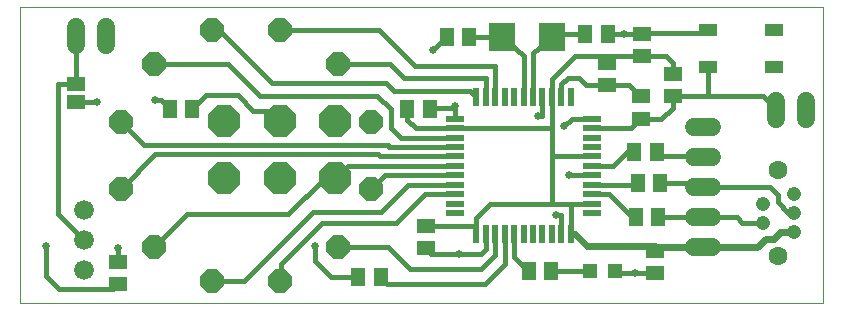
<source format=gtl>
G04 EAGLE Gerber RS-274X export*
G75*
%MOMM*%
%FSLAX34Y34*%
%LPD*%
%INTop copper*%
%IPPOS*%
%AMOC8*
5,1,8,0,0,1.08239X$1,22.5*%
G01*
%ADD10C,0.000000*%
%ADD11P,2.927973X8X292.500000*%
%ADD12P,2.144431X8X292.500000*%
%ADD13R,1.300000X1.500000*%
%ADD14R,1.500000X1.300000*%
%ADD15R,1.600000X1.000000*%
%ADD16R,2.200000X2.400000*%
%ADD17C,1.524000*%
%ADD18R,1.600200X1.168400*%
%ADD19R,1.500000X0.500000*%
%ADD20R,0.500000X1.500000*%
%ADD21R,1.200000X1.200000*%
%ADD22C,1.676400*%
%ADD23C,1.208000*%
%ADD24C,1.600000*%
%ADD25C,0.654800*%
%ADD26C,0.406400*%
%ADD27C,0.304800*%
%ADD28C,0.609600*%


D10*
X0Y0D02*
X680000Y0D01*
X680000Y250000D01*
X0Y250000D01*
X0Y0D01*
D11*
X219952Y153402D03*
D12*
X268974Y202424D03*
X297422Y153148D03*
X297422Y96252D03*
X268974Y46976D03*
X219698Y18528D03*
X162802Y18528D03*
X113526Y46976D03*
X85078Y96252D03*
X85078Y153148D03*
X113526Y202424D03*
X162802Y230872D03*
X219698Y230872D03*
D13*
X540238Y72275D03*
X521238Y72275D03*
X541825Y100850D03*
X522825Y100850D03*
D14*
X537950Y43800D03*
X537950Y24800D03*
X526175Y208712D03*
X526175Y227712D03*
X343412Y65025D03*
X343412Y46025D03*
D13*
X327838Y163788D03*
X346838Y163788D03*
X520125Y127400D03*
X539125Y127400D03*
X478638Y227761D03*
X497638Y227761D03*
X380087Y224586D03*
X361087Y224586D03*
D15*
X582675Y231225D03*
X638675Y231225D03*
X582675Y199225D03*
X638675Y199225D03*
D16*
X450324Y224586D03*
X408324Y224586D03*
D13*
X145720Y164289D03*
X126720Y164289D03*
D17*
X570765Y46700D02*
X586005Y46700D01*
X586005Y72100D02*
X570765Y72100D01*
X570765Y97500D02*
X586005Y97500D01*
X586005Y122900D02*
X570765Y122900D01*
X570765Y148300D02*
X586005Y148300D01*
D18*
X46955Y184905D03*
X46955Y169665D03*
D13*
X286350Y21313D03*
X305350Y21313D03*
D17*
X46990Y217805D02*
X46990Y233045D01*
X72390Y233045D02*
X72390Y217805D01*
D14*
X83185Y15583D03*
X83185Y34583D03*
X525463Y155600D03*
X525463Y174600D03*
X496888Y184175D03*
X496888Y203175D03*
X552450Y174650D03*
X552450Y193650D03*
D19*
X484276Y75761D03*
X484276Y83761D03*
X484276Y91761D03*
X484276Y99761D03*
X484276Y107761D03*
X484276Y115761D03*
X484276Y123761D03*
X484276Y131761D03*
X484276Y139761D03*
X484276Y147761D03*
X484276Y155761D03*
D20*
X466276Y173761D03*
X458276Y173761D03*
X450276Y173761D03*
X442276Y173761D03*
X434276Y173761D03*
X426276Y173761D03*
X418276Y173761D03*
X410276Y173761D03*
X402276Y173761D03*
X394276Y173761D03*
X386276Y173761D03*
D19*
X368276Y155761D03*
X368276Y147761D03*
X368276Y139761D03*
X368276Y131761D03*
X368276Y123761D03*
X368276Y115761D03*
X368276Y107761D03*
X368276Y99761D03*
X368276Y91761D03*
X368276Y83761D03*
X368276Y75761D03*
D20*
X386276Y57761D03*
X394276Y57761D03*
X402276Y57761D03*
X410276Y57761D03*
X418276Y57761D03*
X426276Y57761D03*
X434276Y57761D03*
X442276Y57761D03*
X450276Y57761D03*
X458276Y57761D03*
X466276Y57761D03*
D13*
X449463Y26825D03*
X430463Y26825D03*
D21*
X503600Y26825D03*
X482600Y26825D03*
D22*
X53721Y52959D03*
X53721Y27559D03*
X53721Y78359D03*
D23*
X655025Y75575D03*
X655025Y91575D03*
X655025Y59575D03*
X629025Y67575D03*
X629025Y83575D03*
D24*
X642025Y112075D03*
X642025Y39075D03*
D17*
X665780Y155595D02*
X665780Y170835D01*
X640380Y170835D02*
X640380Y155595D01*
D11*
X267018Y153353D03*
X173038Y153353D03*
X173038Y105093D03*
X220028Y105093D03*
X267018Y105093D03*
D25*
X349454Y213600D03*
X511733Y227789D03*
X367975Y166450D03*
D26*
X367975Y165100D01*
X577060Y124225D02*
X578385Y122900D01*
X394300Y45050D02*
X390525Y41275D01*
D25*
X371475Y41275D03*
D26*
X390525Y41275D01*
X346838Y163788D02*
X346113Y165100D01*
X367975Y165100D01*
X394300Y57736D02*
X394300Y45050D01*
X394300Y57736D02*
X394276Y57761D01*
X465139Y107761D02*
X484276Y107761D01*
X465139Y107761D02*
X465074Y107696D01*
D25*
X465074Y107696D03*
D26*
X458276Y74168D02*
X458276Y57761D01*
X458276Y74168D02*
X454152Y74168D01*
D25*
X454152Y74168D03*
D26*
X442276Y157734D02*
X442276Y173761D01*
X442276Y157734D02*
X438658Y157734D01*
D25*
X438658Y157734D03*
D26*
X368276Y155761D02*
X367975Y156061D01*
X367975Y165100D01*
X361087Y224586D02*
X360439Y224586D01*
X349454Y213600D01*
X526175Y227712D02*
X527008Y228545D01*
X583170Y228545D01*
X577060Y124225D02*
X542300Y124225D01*
X539125Y127400D01*
D25*
X520700Y25400D03*
D26*
X371475Y41275D02*
X348162Y41275D01*
X343412Y46025D01*
X497666Y227789D02*
X511733Y227789D01*
X497666Y227789D02*
X497638Y227761D01*
X511733Y227789D02*
X526098Y227789D01*
X526175Y227712D01*
X520700Y25400D02*
X537350Y25400D01*
X537950Y24800D01*
X520700Y25400D02*
X505025Y25400D01*
X503600Y26825D01*
X583170Y230730D02*
X582675Y231225D01*
X583170Y230730D02*
X583170Y228545D01*
X126720Y164289D02*
X126708Y164277D01*
X83185Y46038D02*
X83185Y34583D01*
D25*
X83185Y46038D03*
D26*
X64890Y169665D02*
X46955Y169665D01*
X64890Y169665D02*
X65088Y169863D01*
D25*
X65088Y169863D03*
D26*
X119558Y171450D02*
X126720Y164289D01*
X119558Y171450D02*
X114300Y171450D01*
D25*
X114300Y171450D03*
D26*
X540238Y72275D02*
X578210Y72275D01*
X578385Y72100D01*
X611525Y67575D02*
X629025Y67575D01*
X611525Y67575D02*
X607000Y72100D01*
X578385Y72100D01*
X498790Y91761D02*
X484276Y91761D01*
X518275Y72275D02*
X521238Y72275D01*
X518275Y72275D02*
X498790Y91761D01*
X484276Y99761D02*
X521736Y99761D01*
X522825Y100850D01*
X541825Y100850D02*
X575035Y100850D01*
X578385Y97500D01*
X635000Y97500D02*
X641350Y91150D01*
X635000Y97500D02*
X578385Y97500D01*
X641350Y91150D02*
X641350Y84800D01*
X654650Y75950D02*
X655025Y75575D01*
X654650Y75950D02*
X650200Y75950D01*
X641350Y84800D01*
X368265Y147750D02*
X334850Y147750D01*
X368265Y147750D02*
X368276Y147761D01*
X450276Y173761D02*
X450276Y189026D01*
X466090Y83761D02*
X484276Y83761D01*
X466090Y83761D02*
X450088Y83761D01*
X398213Y83761D01*
X386276Y71824D01*
X450276Y147828D02*
X450276Y173761D01*
X450276Y147828D02*
X450276Y123698D01*
X450276Y83948D01*
X450088Y83761D01*
X450338Y123761D02*
X484276Y123761D01*
X450338Y123761D02*
X450276Y123698D01*
X450208Y147761D02*
X368276Y147761D01*
X450208Y147761D02*
X450276Y147828D01*
X386276Y71824D02*
X386276Y57761D01*
X334850Y147750D02*
X327838Y154763D01*
X327838Y163788D01*
X498475Y208712D02*
X526175Y208712D01*
X498475Y208712D02*
X469962Y208712D01*
X450276Y189026D01*
X552450Y193650D02*
X552450Y203200D01*
X546938Y208712D02*
X526175Y208712D01*
X546938Y208712D02*
X552450Y203200D01*
X468658Y57761D02*
X466276Y57761D01*
X468203Y57662D02*
X468658Y57761D01*
X386276Y57761D02*
X386276Y65025D01*
X343412Y65025D01*
X466276Y57761D02*
X466276Y83575D01*
X466090Y83761D01*
D27*
X496888Y203175D02*
X498475Y204763D01*
X498475Y208712D01*
D28*
X643488Y59575D02*
X655025Y59575D01*
X638175Y54263D02*
X631825Y54263D01*
X638175Y54263D02*
X643488Y59575D01*
D26*
X469451Y57761D02*
X466276Y57761D01*
D28*
X469451Y57761D02*
X479586Y47625D01*
X537845Y47625D01*
X537950Y46700D02*
X578385Y46700D01*
X624263Y46700D01*
X631825Y54263D01*
X537950Y46700D02*
X537950Y43800D01*
X537845Y43905D01*
X537845Y47625D01*
D26*
X502136Y115761D02*
X484276Y115761D01*
X513775Y127400D02*
X520125Y127400D01*
X513775Y127400D02*
X502136Y115761D01*
X434276Y173761D02*
X434276Y211037D01*
X450324Y224586D01*
X450999Y227761D01*
X478638Y227761D01*
X426300Y209110D02*
X408324Y224586D01*
X426300Y209110D02*
X426300Y173785D01*
X426276Y173761D01*
X408324Y224586D02*
X380087Y224586D01*
X210794Y162560D02*
X197485Y162560D01*
X184150Y175895D01*
X157326Y175895D02*
X145720Y164289D01*
X157326Y175895D02*
X184150Y175895D01*
X210794Y162560D02*
X219952Y153402D01*
X394276Y173761D02*
X394450Y173935D01*
X312789Y202424D02*
X268974Y202424D01*
X312789Y202424D02*
X325348Y189865D01*
X394450Y189865D02*
X394450Y173935D01*
X394450Y189865D02*
X325348Y189865D01*
X303553Y230872D02*
X219698Y230872D01*
X334320Y200105D02*
X402300Y200105D01*
X334320Y200105D02*
X303553Y230872D01*
X402300Y200105D02*
X402300Y173785D01*
X402276Y173761D01*
X213602Y185787D02*
X168517Y230872D01*
X162802Y230872D01*
X316540Y179150D02*
X380886Y179150D01*
X386276Y173761D01*
X309903Y185787D02*
X213602Y185787D01*
X309903Y185787D02*
X316540Y179150D01*
X176426Y202424D02*
X113526Y202424D01*
X176426Y202424D02*
X203510Y175340D01*
X314325Y163513D02*
X314325Y147638D01*
X322202Y139761D01*
X368276Y139761D01*
X302498Y175340D02*
X203510Y175340D01*
X302498Y175340D02*
X314325Y163513D01*
X312740Y131761D02*
X368276Y131761D01*
X312740Y131761D02*
X311150Y133350D01*
X104876Y133350D02*
X85078Y153148D01*
X104876Y133350D02*
X311150Y133350D01*
X304865Y123761D02*
X368276Y123761D01*
X304865Y123761D02*
X303213Y125413D01*
X114239Y125413D01*
X85078Y96252D01*
X113526Y46976D02*
X141163Y74613D01*
X227013Y74613D01*
X257175Y104775D01*
X266700Y104775D01*
X277686Y115761D02*
X368276Y115761D01*
X277686Y115761D02*
X267018Y105093D01*
X266700Y104775D01*
X247982Y77075D02*
X305550Y77075D01*
X189435Y18528D02*
X162802Y18528D01*
X189435Y18528D02*
X247982Y77075D01*
X328236Y99761D02*
X368276Y99761D01*
X328236Y99761D02*
X305550Y77075D01*
X220663Y32703D02*
X220663Y19493D01*
X219698Y18528D01*
X220663Y32703D02*
X255510Y67550D01*
X318250Y67550D01*
X342461Y91761D02*
X368276Y91761D01*
X342461Y91761D02*
X318250Y67550D01*
X390525Y28575D02*
X402300Y40350D01*
X330113Y28575D02*
X311712Y46976D01*
X268974Y46976D01*
X330113Y28575D02*
X390525Y28575D01*
X402300Y40350D02*
X402300Y57736D01*
X402276Y57761D01*
X368276Y107761D02*
X308931Y107761D01*
X297422Y96252D01*
D25*
X460375Y149225D03*
D26*
X466911Y155761D02*
X484276Y155761D01*
X466911Y155761D02*
X460375Y149225D01*
X410276Y57761D02*
X410276Y32451D01*
X393700Y15875D01*
X310788Y15875D01*
X305350Y21313D01*
D25*
X249525Y47575D03*
D26*
X46990Y225425D02*
X46955Y225390D01*
X46955Y184905D01*
X263088Y21313D02*
X286350Y21313D01*
X263088Y21313D02*
X249525Y34875D01*
X249525Y47575D01*
X46955Y184905D02*
X31750Y184905D01*
X31750Y74930D02*
X53721Y52959D01*
X31750Y74930D02*
X31750Y184905D01*
X83185Y15583D02*
X78715Y11113D01*
X33338Y11113D01*
X22225Y22225D01*
X22225Y47625D01*
D25*
X22225Y47625D03*
D26*
X458276Y173761D02*
X458276Y185226D01*
X463550Y190500D01*
X473075Y190500D01*
X479400Y184175D02*
X496888Y184175D01*
X479400Y184175D02*
X473075Y190500D01*
X496888Y184175D02*
X515888Y184175D01*
X525463Y174600D01*
X517623Y147761D02*
X484276Y147761D01*
X517623Y147761D02*
X525463Y155600D01*
X542950Y155600D01*
X552450Y165100D01*
X552450Y174650D01*
X571525Y174650D01*
X582675Y175300D02*
X582675Y199225D01*
X571675Y174800D02*
X571525Y174650D01*
X582175Y174800D02*
X582675Y175300D01*
X628795Y174800D02*
X640380Y163215D01*
X628795Y174800D02*
X582175Y174800D01*
X571675Y174800D01*
X418276Y57761D02*
X418276Y38925D01*
X430375Y26825D02*
X430463Y26825D01*
X430375Y26825D02*
X418276Y38925D01*
X449463Y26825D02*
X482600Y26825D01*
M02*

</source>
